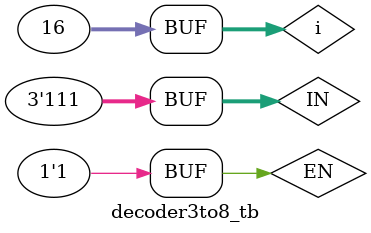
<source format=v>

`timescale 1ns / 1ps
module decoder3to8(IN,EN,OUT);
input [2:0] IN;
input  EN;
output reg 	[7:0] OUT;
  
always @( IN or EN)
	begin

      if (EN) 
        begin
          OUT = 8'd0;
          case (IN)
              3'b000: OUT[0]=1'b1;
              3'b001: OUT[1]=1'b1;
              3'b010: OUT[2]=1'b1;
              3'b011: OUT[3]=1'b1;
              3'b100: OUT[4]=1'b1;
              3'b101: OUT[5]=1'b1;
              3'b110: OUT[6]=1'b1;
              3'b111: OUT[7]=1'b1;
              default: OUT=8'd0;
          endcase
      end
else 
OUT = 8'd0;
end
endmodule

//Testbench code of a 3:8 decoder

`timescale 1ns / 1ps


module decoder3to8_tb();
reg EN;
reg [2:0] IN;
integer i;
wire [7:0] OUT;

decoder3to8 d(IN,EN,OUT);

initial begin  
 $monitor( "EN=%b, IN=%d, OUT=%b ", EN, IN, OUT);
   for ( i=0; i<16; i=i+1) 
        begin
           {EN,IN}  = i;
            #1;
        end
end
endmodule
</source>
